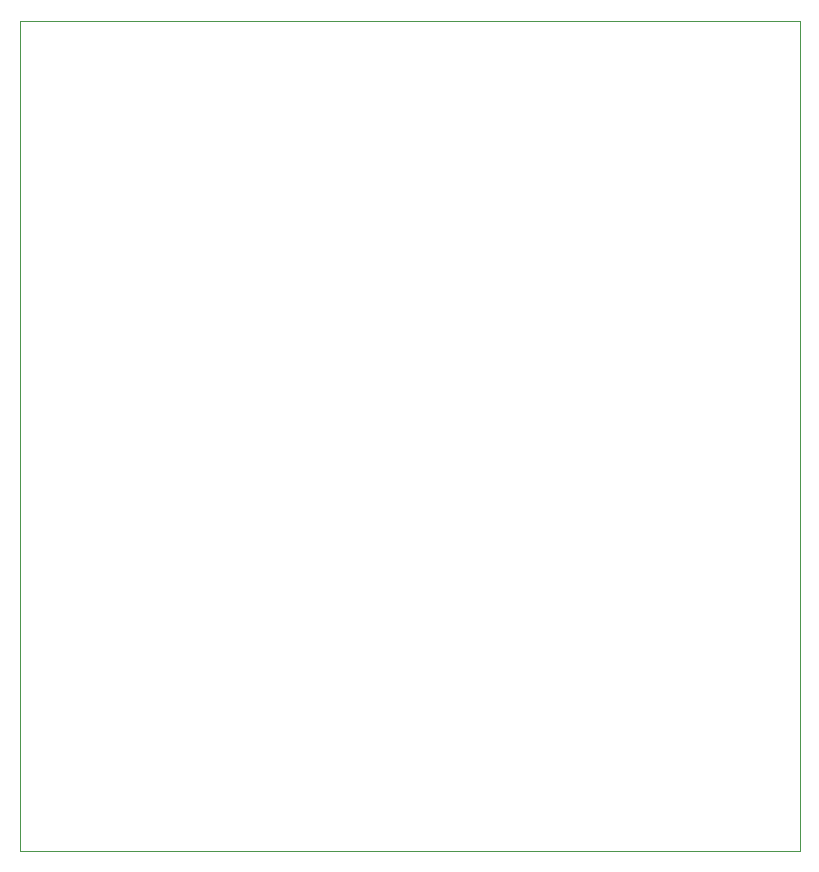
<source format=gbr>
%TF.GenerationSoftware,KiCad,Pcbnew,(5.1.6-0-10_14)*%
%TF.CreationDate,2020-08-23T19:27:10+01:00*%
%TF.ProjectId,IEC Power Entry,49454320-506f-4776-9572-20456e747279,1.0a*%
%TF.SameCoordinates,Original*%
%TF.FileFunction,Profile,NP*%
%FSLAX46Y46*%
G04 Gerber Fmt 4.6, Leading zero omitted, Abs format (unit mm)*
G04 Created by KiCad (PCBNEW (5.1.6-0-10_14)) date 2020-08-23 19:27:10*
%MOMM*%
%LPD*%
G01*
G04 APERTURE LIST*
%TA.AperFunction,Profile*%
%ADD10C,0.050000*%
%TD*%
G04 APERTURE END LIST*
D10*
X175260000Y-62738000D02*
X109220000Y-62738000D01*
X175260000Y-133000000D02*
X175260000Y-62738000D01*
X109261400Y-133000000D02*
X175260000Y-133000000D01*
X109220000Y-62738000D02*
X109261400Y-133000000D01*
M02*

</source>
